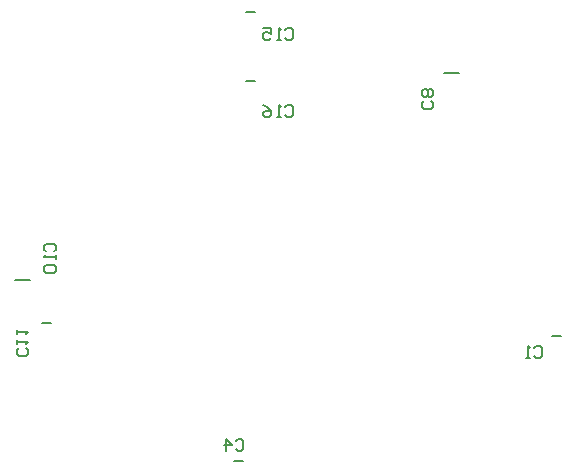
<source format=gbo>
G04*
G04 #@! TF.GenerationSoftware,Altium Limited,Altium Designer,18.1.9 (240)*
G04*
G04 Layer_Color=32896*
%FSLAX24Y24*%
%MOIN*%
G70*
G01*
G75*
%ADD14C,0.0079*%
D14*
X944Y8674D02*
X1456D01*
X15244Y15574D02*
X15756D01*
X8643Y15335D02*
X8957D01*
X8643Y17604D02*
X8957D01*
X1843Y7265D02*
X2157D01*
X8243Y2669D02*
X8557D01*
X18843Y6804D02*
X19157D01*
X1328Y6414D02*
X1394Y6349D01*
Y6218D01*
X1328Y6152D01*
X1066D01*
X1000Y6218D01*
Y6349D01*
X1066Y6414D01*
X1000Y6546D02*
Y6677D01*
Y6611D01*
X1394D01*
X1328Y6546D01*
X1000Y6874D02*
Y7005D01*
Y6939D01*
X1394D01*
X1328Y6874D01*
X9938Y14459D02*
X10003Y14524D01*
X10134D01*
X10200Y14459D01*
Y14196D01*
X10134Y14131D01*
X10003D01*
X9938Y14196D01*
X9806Y14131D02*
X9675D01*
X9741D01*
Y14524D01*
X9806Y14459D01*
X9216Y14524D02*
X9347Y14459D01*
X9478Y14327D01*
Y14196D01*
X9413Y14131D01*
X9282D01*
X9216Y14196D01*
Y14262D01*
X9282Y14327D01*
X9478D01*
X9938Y17028D02*
X10003Y17094D01*
X10134D01*
X10200Y17028D01*
Y16766D01*
X10134Y16700D01*
X10003D01*
X9938Y16766D01*
X9806Y16700D02*
X9675D01*
X9741D01*
Y17094D01*
X9806Y17028D01*
X9216Y17094D02*
X9478D01*
Y16897D01*
X9347Y16962D01*
X9282D01*
X9216Y16897D01*
Y16766D01*
X9282Y16700D01*
X9413D01*
X9478Y16766D01*
X1972Y9638D02*
X1906Y9703D01*
Y9834D01*
X1972Y9900D01*
X2234D01*
X2300Y9834D01*
Y9703D01*
X2234Y9638D01*
X2300Y9506D02*
Y9375D01*
Y9441D01*
X1906D01*
X1972Y9506D01*
Y9178D02*
X1906Y9113D01*
Y8982D01*
X1972Y8916D01*
X2234D01*
X2300Y8982D01*
Y9113D01*
X2234Y9178D01*
X1972D01*
X14828Y14662D02*
X14894Y14597D01*
Y14466D01*
X14828Y14400D01*
X14566D01*
X14500Y14466D01*
Y14597D01*
X14566Y14662D01*
X14828Y14794D02*
X14894Y14859D01*
Y14990D01*
X14828Y15056D01*
X14762D01*
X14697Y14990D01*
X14631Y15056D01*
X14566D01*
X14500Y14990D01*
Y14859D01*
X14566Y14794D01*
X14631D01*
X14697Y14859D01*
X14762Y14794D01*
X14828D01*
X14697Y14859D02*
Y14990D01*
X8298Y3312D02*
X8364Y3378D01*
X8495D01*
X8560Y3312D01*
Y3050D01*
X8495Y2984D01*
X8364D01*
X8298Y3050D01*
X7970Y2984D02*
Y3378D01*
X8167Y3181D01*
X7904D01*
X18238Y6428D02*
X18303Y6494D01*
X18434D01*
X18500Y6428D01*
Y6166D01*
X18434Y6100D01*
X18303D01*
X18238Y6166D01*
X18106Y6100D02*
X17975D01*
X18041D01*
Y6494D01*
X18106Y6428D01*
M02*

</source>
